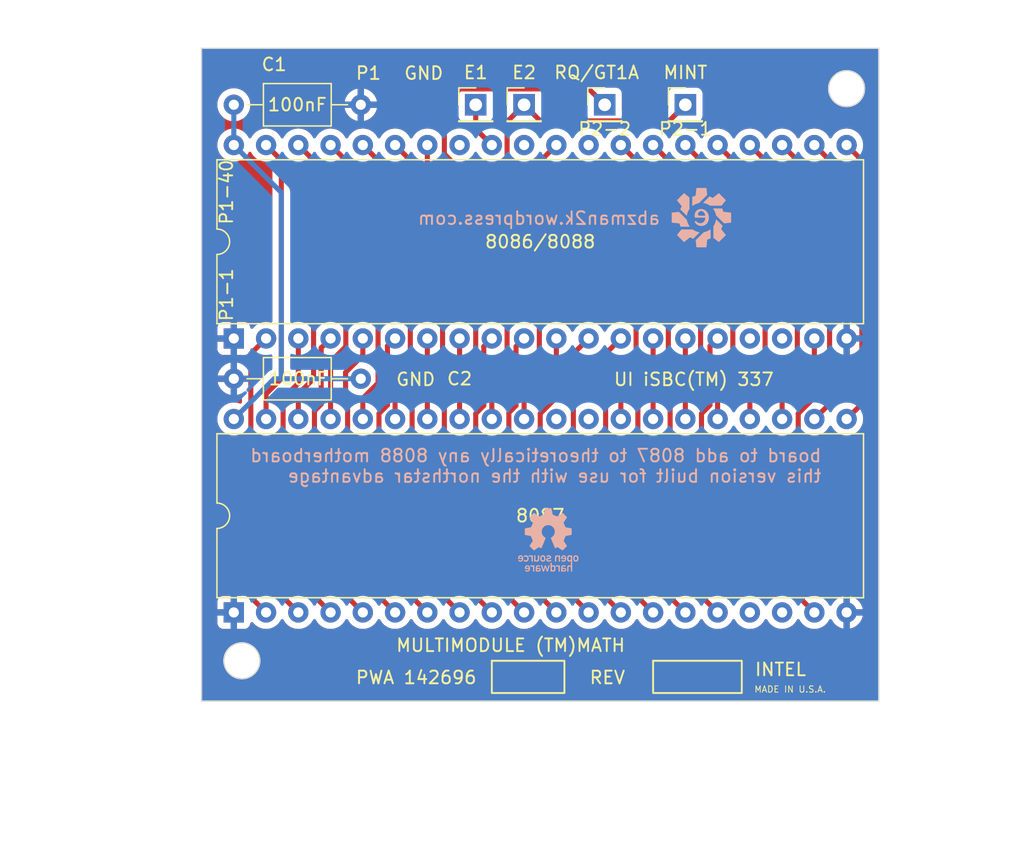
<source format=kicad_pcb>
(kicad_pcb (version 20221018) (generator pcbnew)
  (layers (0 "F.Cu" signal) (31 "B.Cu" signal) (34 "B.Paste" user) (35 "F.Paste" user) (36 "B.SilkS" user "B.Silkscreen") (37 "F.SilkS" user "F.Silkscreen") (38 "B.Mask" user) (39 "F.Mask" user) (44 "Edge.Cuts" user))
  (net 0 "")
  (net 1 "VCC")
  (net 2 "GND")
  (net 3 "{slash}GT1")
  (net 4 "Net-(J4-Pin_1)")
  (net 5 "Net-(U1-AD14)")
  (net 6 "Net-(U1-AD13)")
  (net 7 "Net-(U1-AD12)")
  (net 8 "Net-(U1-AD11)")
  (net 9 "Net-(U1-AD10)")
  (net 10 "Net-(U1-AD9)")
  (net 11 "Net-(U1-AD8)")
  (net 12 "Net-(U1-AD7)")
  (net 13 "Net-(U1-AD6)")
  (net 14 "Net-(U1-AD5)")
  (net 15 "Net-(U1-AD4)")
  (net 16 "Net-(U1-AD3)")
  (net 17 "Net-(U1-AD2)")
  (net 18 "Net-(U1-AD1)")
  (net 19 "Net-(U1-AD0)")
  (net 22 "CLK")
  (net 23 "RESET")
  (net 24 "READY")
  (net 25 "BUSY")
  (net 26 "QS1")
  (net 27 "QS0")
  (net 28 "Net-(U1-~{S0})")
  (net 29 "Net-(U1-~{S1})")
  (net 30 "Net-(U1-~{S2})")
  (net 33 "{slash}GT0")
  (net 34 "Net-(U1-~{BHE}{slash}S7)")
  (net 35 "Net-(U1-A19{slash}S6)")
  (net 36 "Net-(U1-A18{slash}S5)")
  (net 37 "Net-(U1-A17{slash}S4)")
  (net 38 "Net-(U1-A16{slash}S3)")
  (net 39 "Net-(U1-AD15)")
  (net 45 "Net-(J3-Pin_1)")
  (footprint "Capacitor_THT:C_Axial_L5.1mm_D3.1mm_P10.00mm_Horizontal" (layer "F.Cu") (at 31.75 32.385)
    (fp_text reference "C1" (at 3.175 -3.175) (layer "F.SilkS"))
    (fp_text value "100nF" (at 5 0) (layer "F.SilkS"))
    (pad "1" thru_hole circle (at 0 0) (size 1.6 1.6) (drill 0.8) (layers "*.Cu" "*.Mask") (net 1 "VCC"))
    (pad "2" thru_hole oval (at 10 0) (size 1.6 1.6) (drill 0.8) (layers "*.Cu" "*.Mask") (net 2 "GND"))
  )
  (footprint "Connector_PinHeader_2.54mm:PinHeader_1x01_P2.54mm_Vertical" (layer "F.Cu") (at 67.31 32.385)
    (fp_text reference "P2-1" (at 0 1.905) (layer "F.SilkS"))
    (fp_text value "MINT" (at 0 -2.54) (layer "F.SilkS"))
    (pad "1" thru_hole rect (at 0 0) (size 1.7 1.7) (drill 1) (layers "*.Cu" "*.Mask") (net 45 "Net-(J3-Pin_1)"))
  )
  (footprint "Connector_PinHeader_2.54mm:PinHeader_1x01_P2.54mm_Vertical" (layer "F.Cu") (at 50.8 32.385)
    (fp_text reference "J4" hide)
    (fp_text value "E1" (at 0 -2.54) (layer "F.SilkS"))
    (pad "1" thru_hole rect (at 0 0) (size 1.7 1.7) (drill 1) (layers "*.Cu" "*.Mask") (net 4 "Net-(J4-Pin_1)"))
  )
  (footprint "Package_DIP:DIP-40_W15.24mm" (layer "F.Cu") (at 31.75 50.8 90)
    (fp_text reference "U2" hide)
    (fp_text value "8086/8088" (at 7.62 24.13 180) (layer "F.SilkS"))
    (pad "1" thru_hole rect (at 0 0 90) (size 1.6 1.6) (drill 0.8) (layers "*.Cu" "*.Mask") (net 2 "GND"))
    (pad "2" thru_hole oval (at 0 2.54 90) (size 1.6 1.6) (drill 0.8) (layers "*.Cu" "*.Mask") (net 5 "Net-(U1-AD14)"))
    (pad "3" thru_hole oval (at 0 5.08 90) (size 1.6 1.6) (drill 0.8) (layers "*.Cu" "*.Mask") (net 6 "Net-(U1-AD13)"))
    (pad "4" thru_hole oval (at 0 7.62 90) (size 1.6 1.6) (drill 0.8) (layers "*.Cu" "*.Mask") (net 7 "Net-(U1-AD12)"))
    (pad "5" thru_hole oval (at 0 10.16 90) (size 1.6 1.6) (drill 0.8) (layers "*.Cu" "*.Mask") (net 8 "Net-(U1-AD11)"))
    (pad "6" thru_hole oval (at 0 12.7 90) (size 1.6 1.6) (drill 0.8) (layers "*.Cu" "*.Mask") (net 9 "Net-(U1-AD10)"))
    (pad "7" thru_hole oval (at 0 15.24 90) (size 1.6 1.6) (drill 0.8) (layers "*.Cu" "*.Mask") (net 10 "Net-(U1-AD9)"))
    (pad "8" thru_hole oval (at 0 17.78 90) (size 1.6 1.6) (drill 0.8) (layers "*.Cu" "*.Mask") (net 11 "Net-(U1-AD8)"))
    (pad "9" thru_hole oval (at 0 20.32 90) (size 1.6 1.6) (drill 0.8) (layers "*.Cu" "*.Mask") (net 12 "Net-(U1-AD7)"))
    (pad "10" thru_hole oval (at 0 22.86 90) (size 1.6 1.6) (drill 0.8) (layers "*.Cu" "*.Mask") (net 13 "Net-(U1-AD6)"))
    (pad "11" thru_hole oval (at 0 25.4 90) (size 1.6 1.6) (drill 0.8) (layers "*.Cu" "*.Mask") (net 14 "Net-(U1-AD5)"))
    (pad "12" thru_hole oval (at 0 27.94 90) (size 1.6 1.6) (drill 0.8) (layers "*.Cu" "*.Mask") (net 15 "Net-(U1-AD4)"))
    (pad "13" thru_hole oval (at 0 30.48 90) (size 1.6 1.6) (drill 0.8) (layers "*.Cu" "*.Mask") (net 16 "Net-(U1-AD3)"))
    (pad "14" thru_hole oval (at 0 33.02 90) (size 1.6 1.6) (drill 0.8) (layers "*.Cu" "*.Mask") (net 17 "Net-(U1-AD2)"))
    (pad "15" thru_hole oval (at 0 35.56 90) (size 1.6 1.6) (drill 0.8) (layers "*.Cu" "*.Mask") (net 18 "Net-(U1-AD1)"))
    (pad "16" thru_hole oval (at 0 38.1 90) (size 1.6 1.6) (drill 0.8) (layers "*.Cu" "*.Mask") (net 19 "Net-(U1-AD0)"))
    (pad "17" thru_hole oval (at 0 40.64 90) (size 1.6 1.6) (drill 0.8) (layers "*.Cu" "*.Mask"))
    (pad "18" thru_hole oval (at 0 43.18 90) (size 1.6 1.6) (drill 0.8) (layers "*.Cu" "*.Mask"))
    (pad "19" thru_hole oval (at 0 45.72 90) (size 1.6 1.6) (drill 0.8) (layers "*.Cu" "*.Mask") (net 22 "CLK"))
    (pad "20" thru_hole oval (at 0 48.26 90) (size 1.6 1.6) (drill 0.8) (layers "*.Cu" "*.Mask") (net 2 "GND"))
    (pad "21" thru_hole oval (at 15.24 48.26 90) (size 1.6 1.6) (drill 0.8) (layers "*.Cu" "*.Mask") (net 23 "RESET"))
    (pad "22" thru_hole oval (at 15.24 45.72 90) (size 1.6 1.6) (drill 0.8) (layers "*.Cu" "*.Mask") (net 24 "READY"))
    (pad "23" thru_hole oval (at 15.24 43.18 90) (size 1.6 1.6) (drill 0.8) (layers "*.Cu" "*.Mask") (net 25 "BUSY"))
    (pad "24" thru_hole oval (at 15.24 40.64 90) (size 1.6 1.6) (drill 0.8) (layers "*.Cu" "*.Mask") (net 26 "QS1"))
    (pad "25" thru_hole oval (at 15.24 38.1 90) (size 1.6 1.6) (drill 0.8) (layers "*.Cu" "*.Mask") (net 27 "QS0"))
    (pad "26" thru_hole oval (at 15.24 35.56 90) (size 1.6 1.6) (drill 0.8) (layers "*.Cu" "*.Mask") (net 28 "Net-(U1-~{S0})"))
    (pad "27" thru_hole oval (at 15.24 33.02 90) (size 1.6 1.6) (drill 0.8) (layers "*.Cu" "*.Mask") (net 29 "Net-(U1-~{S1})"))
    (pad "28" thru_hole oval (at 15.24 30.48 90) (size 1.6 1.6) (drill 0.8) (layers "*.Cu" "*.Mask") (net 30 "Net-(U1-~{S2})"))
    (pad "29" thru_hole oval (at 15.24 27.94 90) (size 1.6 1.6) (drill 0.8) (layers "*.Cu" "*.Mask"))
    (pad "30" thru_hole oval (at 15.24 25.4 90) (size 1.6 1.6) (drill 0.8) (layers "*.Cu" "*.Mask") (net 33 "{slash}GT0"))
    (pad "31" thru_hole oval (at 15.24 22.86 90) (size 1.6 1.6) (drill 0.8) (layers "*.Cu" "*.Mask"))
    (pad "32" thru_hole oval (at 15.24 20.32 90) (size 1.6 1.6) (drill 0.8) (layers "*.Cu" "*.Mask") (net 4 "Net-(J4-Pin_1)"))
    (pad "33" thru_hole oval (at 15.24 17.78 90) (size 1.6 1.6) (drill 0.8) (layers "*.Cu" "*.Mask"))
    (pad "34" thru_hole oval (at 15.24 15.24 90) (size 1.6 1.6) (drill 0.8) (layers "*.Cu" "*.Mask") (net 34 "Net-(U1-~{BHE}{slash}S7)"))
    (pad "35" thru_hole oval (at 15.24 12.7 90) (size 1.6 1.6) (drill 0.8) (layers "*.Cu" "*.Mask") (net 35 "Net-(U1-A19{slash}S6)"))
    (pad "36" thru_hole oval (at 15.24 10.16 90) (size 1.6 1.6) (drill 0.8) (layers "*.Cu" "*.Mask") (net 36 "Net-(U1-A18{slash}S5)"))
    (pad "37" thru_hole oval (at 15.24 7.62 90) (size 1.6 1.6) (drill 0.8) (layers "*.Cu" "*.Mask") (net 37 "Net-(U1-A17{slash}S4)"))
    (pad "38" thru_hole oval (at 15.24 5.08 90) (size 1.6 1.6) (drill 0.8) (layers "*.Cu" "*.Mask") (net 38 "Net-(U1-A16{slash}S3)"))
    (pad "39" thru_hole oval (at 15.24 2.54 90) (size 1.6 1.6) (drill 0.8) (layers "*.Cu" "*.Mask") (net 39 "Net-(U1-AD15)"))
    (pad "40" thru_hole oval (at 15.24 0 90) (size 1.6 1.6) (drill 0.8) (layers "*.Cu" "*.Mask") (net 1 "VCC"))
  )
  (footprint "Package_DIP:DIP-40_W15.24mm" (layer "F.Cu") (at 31.75 72.39 90)
    (fp_text reference "U1" hide)
    (fp_text value "8087" (at 7.62 24.13 180) (layer "F.SilkS"))
    (pad "1" thru_hole rect (at 0 0 90) (size 1.6 1.6) (drill 0.8) (layers "*.Cu" "*.Mask") (net 2 "GND"))
    (pad "2" thru_hole oval (at 0 2.54 90) (size 1.6 1.6) (drill 0.8) (layers "*.Cu" "*.Mask") (net 5 "Net-(U1-AD14)"))
    (pad "3" thru_hole oval (at 0 5.08 90) (size 1.6 1.6) (drill 0.8) (layers "*.Cu" "*.Mask") (net 6 "Net-(U1-AD13)"))
    (pad "4" thru_hole oval (at 0 7.62 90) (size 1.6 1.6) (drill 0.8) (layers "*.Cu" "*.Mask") (net 7 "Net-(U1-AD12)"))
    (pad "5" thru_hole oval (at 0 10.16 90) (size 1.6 1.6) (drill 0.8) (layers "*.Cu" "*.Mask") (net 8 "Net-(U1-AD11)"))
    (pad "6" thru_hole oval (at 0 12.7 90) (size 1.6 1.6) (drill 0.8) (layers "*.Cu" "*.Mask") (net 9 "Net-(U1-AD10)"))
    (pad "7" thru_hole oval (at 0 15.24 90) (size 1.6 1.6) (drill 0.8) (layers "*.Cu" "*.Mask") (net 10 "Net-(U1-AD9)"))
    (pad "8" thru_hole oval (at 0 17.78 90) (size 1.6 1.6) (drill 0.8) (layers "*.Cu" "*.Mask") (net 11 "Net-(U1-AD8)"))
    (pad "9" thru_hole oval (at 0 20.32 90) (size 1.6 1.6) (drill 0.8) (layers "*.Cu" "*.Mask") (net 12 "Net-(U1-AD7)"))
    (pad "10" thru_hole oval (at 0 22.86 90) (size 1.6 1.6) (drill 0.8) (layers "*.Cu" "*.Mask") (net 13 "Net-(U1-AD6)"))
    (pad "11" thru_hole oval (at 0 25.4 90) (size 1.6 1.6) (drill 0.8) (layers "*.Cu" "*.Mask") (net 14 "Net-(U1-AD5)"))
    (pad "12" thru_hole oval (at 0 27.94 90) (size 1.6 1.6) (drill 0.8) (layers "*.Cu" "*.Mask") (net 15 "Net-(U1-AD4)"))
    (pad "13" thru_hole oval (at 0 30.48 90) (size 1.6 1.6) (drill 0.8) (layers "*.Cu" "*.Mask") (net 16 "Net-(U1-AD3)"))
    (pad "14" thru_hole oval (at 0 33.02 90) (size 1.6 1.6) (drill 0.8) (layers "*.Cu" "*.Mask") (net 17 "Net-(U1-AD2)"))
    (pad "15" thru_hole oval (at 0 35.56 90) (size 1.6 1.6) (drill 0.8) (layers "*.Cu" "*.Mask") (net 18 "Net-(U1-AD1)"))
    (pad "16" thru_hole oval (at 0 38.1 90) (size 1.6 1.6) (drill 0.8) (layers "*.Cu" "*.Mask") (net 19 "Net-(U1-AD0)"))
    (pad "17" thru_hole oval (at 0 40.64 90) (size 1.6 1.6) (drill 0.8) (layers "*.Cu" "*.Mask"))
    (pad "18" thru_hole oval (at 0 43.18 90) (size 1.6 1.6) (drill 0.8) (layers "*.Cu" "*.Mask"))
    (pad "19" thru_hole oval (at 0 45.72 90) (size 1.6 1.6) (drill 0.8) (layers "*.Cu" "*.Mask") (net 22 "CLK"))
    (pad "20" thru_hole oval (at 0 48.26 90) (size 1.6 1.6) (drill 0.8) (layers "*.Cu" "*.Mask") (net 2 "GND"))
    (pad "21" thru_hole oval (at 15.24 48.26 90) (size 1.6 1.6) (drill 0.8) (layers "*.Cu" "*.Mask") (net 23 "RESET"))
    (pad "22" thru_hole oval (at 15.24 45.72 90) (size 1.6 1.6) (drill 0.8) (layers "*.Cu" "*.Mask") (net 24 "READY"))
    (pad "23" thru_hole oval (at 15.24 43.18 90) (size 1.6 1.6) (drill 0.8) (layers "*.Cu" "*.Mask") (net 25 "BUSY"))
    (pad "24" thru_hole oval (at 15.24 40.64 90) (size 1.6 1.6) (drill 0.8) (layers "*.Cu" "*.Mask") (net 26 "QS1"))
    (pad "25" thru_hole oval (at 15.24 38.1 90) (size 1.6 1.6) (drill 0.8) (layers "*.Cu" "*.Mask") (net 27 "QS0"))
    (pad "26" thru_hole oval (at 15.24 35.56 90) (size 1.6 1.6) (drill 0.8) (layers "*.Cu" "*.Mask") (net 28 "Net-(U1-~{S0})"))
    (pad "27" thru_hole oval (at 15.24 33.02 90) (size 1.6 1.6) (drill 0.8) (layers "*.Cu" "*.Mask") (net 29 "Net-(U1-~{S1})"))
    (pad "28" thru_hole oval (at 15.24 30.48 90) (size 1.6 1.6) (drill 0.8) (layers "*.Cu" "*.Mask") (net 30 "Net-(U1-~{S2})"))
    (pad "29" thru_hole oval (at 15.24 27.94 90) (size 1.6 1.6) (drill 0.8) (layers "*.Cu" "*.Mask"))
    (pad "30" thru_hole oval (at 15.24 25.4 90) (size 1.6 1.6) (drill 0.8) (layers "*.Cu" "*.Mask"))
    (pad "31" thru_hole oval (at 15.24 22.86 90) (size 1.6 1.6) (drill 0.8) (layers "*.Cu" "*.Mask") (net 33 "{slash}GT0"))
    (pad "32" thru_hole oval (at 15.24 20.32 90) (size 1.6 1.6) (drill 0.8) (layers "*.Cu" "*.Mask") (net 45 "Net-(J3-Pin_1)"))
    (pad "33" thru_hole oval (at 15.24 17.78 90) (size 1.6 1.6) (drill 0.8) (layers "*.Cu" "*.Mask") (net 3 "{slash}GT1"))
    (pad "34" thru_hole oval (at 15.24 15.24 90) (size 1.6 1.6) (drill 0.8) (layers "*.Cu" "*.Mask") (net 34 "Net-(U1-~{BHE}{slash}S7)"))
    (pad "35" thru_hole oval (at 15.24 12.7 90) (size 1.6 1.6) (drill 0.8) (layers "*.Cu" "*.Mask") (net 35 "Net-(U1-A19{slash}S6)"))
    (pad "36" thru_hole oval (at 15.24 10.16 90) (size 1.6 1.6) (drill 0.8) (layers "*.Cu" "*.Mask") (net 36 "Net-(U1-A18{slash}S5)"))
    (pad "37" thru_hole oval (at 15.24 7.62 90) (size 1.6 1.6) (drill 0.8) (layers "*.Cu" "*.Mask") (net 37 "Net-(U1-A17{slash}S4)"))
    (pad "38" thru_hole oval (at 15.24 5.08 90) (size 1.6 1.6) (drill 0.8) (layers "*.Cu" "*.Mask") (net 38 "Net-(U1-A16{slash}S3)"))
    (pad "39" thru_hole oval (at 15.24 2.54 90) (size 1.6 1.6) (drill 0.8) (layers "*.Cu" "*.Mask") (net 39 "Net-(U1-AD15)"))
    (pad "40" thru_hole oval (at 15.24 0 90) (size 1.6 1.6) (drill 0.8) (layers "*.Cu" "*.Mask") (net 1 "VCC"))
  )
  (footprint "Connector_PinHeader_2.54mm:PinHeader_1x01_P2.54mm_Vertical" (layer "F.Cu") (at 60.96 32.385)
    (fp_text reference "P2-2" (at 0 1.905) (layer "F.SilkS"))
    (fp_text value "RQ/GT1A" (at -0.635 -2.54) (layer "F.SilkS"))
    (pad "1" thru_hole rect (at 0 0) (size 1.7 1.7) (drill 1) (layers "*.Cu" "*.Mask") (net 3 "{slash}GT1"))
  )
  (footprint "Connector_PinHeader_2.54mm:PinHeader_1x01_P2.54mm_Vertical" (layer "F.Cu") (at 54.61 32.385)
    (fp_text reference "J3" hide)
    (fp_text value "E2" (at 0 -2.54) (layer "F.SilkS"))
    (pad "1" thru_hole rect (at 0 0) (size 1.7 1.7) (drill 1) (layers "*.Cu" "*.Mask") (net 45 "Net-(J3-Pin_1)"))
  )
  (footprint "Capacitor_THT:C_Axial_L5.1mm_D3.1mm_P10.00mm_Horizontal" (layer "F.Cu") (at 41.75 53.975 180)
    (fp_text reference "C2" (at -7.78 0) (layer "F.SilkS"))
    (fp_text value "100nF" (at 4.92 0) (layer "F.SilkS"))
    (pad "1" thru_hole circle (at 0 0 180) (size 1.6 1.6) (drill 0.8) (layers "*.Cu" "*.Mask") (net 1 "VCC"))
    (pad "2" thru_hole oval (at 10 0 180) (size 1.6 1.6) (drill 0.8) (layers "*.Cu" "*.Mask") (net 2 "GND"))
  )
  (footprint "Evan's parts:OSHW gear" (layer "B.Cu") (at 56.515 66.675 180)
    (fp_text reference "G***" hide)
    (fp_text value "LOGO" hide)
  )
  (footprint "Evan's parts:Evan Logo" (layer "B.Cu") (at 68.58 41.275 180)
    (fp_text reference "G***" hide)
    (fp_text value "LOGO" hide)
  )
  (gr_rect (start 52.07 76.2) (end 57.785 78.74) (stroke (width 0.15)) (fill none) (layer "F.SilkS"))
  (gr_rect (start 64.77 76.2) (end 71.755 78.74) (stroke (width 0.15)) (fill none) (layer "F.SilkS"))
  (gr_line (start 82.55 27.94) (end 82.55 79.375) (stroke (width 0.1)) (layer "Edge.Cuts"))
  (gr_line (start 29.21 27.94) (end 82.55 27.94) (stroke (width 0.1)) (layer "Edge.Cuts"))
  (gr_line (start 82.55 79.375) (end 29.21 79.375) (stroke (width 0.1)) (layer "Edge.Cuts"))
  (gr_circle (center 32.385 76.2) (end 33.02 77.47) (stroke (width 0.1)) (fill none) (layer "Edge.Cuts"))
  (gr_circle (center 80.01 31.115) (end 79.375 32.385) (stroke (width 0.1)) (fill none) (layer "Edge.Cuts"))
  (gr_line (start 29.21 27.94) (end 29.21 79.375) (stroke (width 0.1)) (layer "Edge.Cuts"))
  (gr_text "board to add 8087 to theoretically any 8088 motherboard\nthis version built for use with the northstar advantage" (at 78.105 62.23) (layer "B.SilkS") (effects (font (size 1 1)) (justify left bottom mirror)))
  (gr_text "abzman2k.wordpress.com" (at 65.405 41.91) (layer "B.SilkS") (effects (font (size 1 1)) (justify left bottom mirror)))
  (gr_text "INTEL" (at 72.7075 77.47) (layer "F.SilkS") (effects (font (size 1 1)) (justify left bottom)))
  (gr_text "MULTIMODULE (TM)MATH" (at 44.45 75.565) (layer "F.SilkS") (effects (font (size 1 1)) (justify left bottom)))
  (gr_text "P1-40" (at 31.75 41.91 90) (layer "F.SilkS") (effects (font (size 1 1)) (justify left bottom)))
  (gr_text "PWA 142696" (at 41.275 78.105) (layer "F.SilkS") (effects (font (size 1 1)) (justify left bottom)))
  (gr_text "REV" (at 59.69 78.105) (layer "F.SilkS") (effects (font (size 1 1)) (justify left bottom)))
  (gr_text "UI iSBC(TM) 337" (at 61.595 54.61) (layer "F.SilkS") (effects (font (size 1 1)) (justify left bottom)))
  (gr_text "GND" (at 45.085 30.48) (layer "F.SilkS") (effects (font (size 1 1)) (justify left bottom)))
  (gr_text "MADE IN U.S.A." (at 72.7075 78.74) (layer "F.SilkS") (effects (font (size 0.5 0.5) (thickness 0.07)) (justify left bottom)))
  (gr_text "P1-1" (at 31.75 49.53 90) (layer "F.SilkS") (effects (font (size 1 1)) (justify left bottom)))
  (gr_text "P1" (at 41.275 30.48) (layer "F.SilkS") (effects (font (size 1 1)) (justify left bottom)))
  (gr_text "GND" (at 44.45 54.61) (layer "F.SilkS") (effects (font (size 1 1)) (justify left bottom)))
  (segment (start 31.75 32.385) (end 31.75 35.56) (width 0.4) (layer "B.Cu") (net 1))
  (segment (start 34.925 53.975) (end 35.56 53.975) (width 0.4) (layer "B.Cu") (net 1))
  (segment (start 35.56 53.975) (end 41.75 53.975) (width 0.4) (layer "B.Cu") (net 1))
  (segment (start 31.75 35.56) (end 35.49 39.3) (width 0.4) (layer "B.Cu") (net 1))
  (segment (start 35.49 39.3) (end 35.49 53.905) (width 0.4) (layer "B.Cu") (net 1))
  (segment (start 35.49 53.905) (end 35.56 53.975) (width 0.4) (layer "B.Cu") (net 1))
  (segment (start 31.75 57.15) (end 34.925 53.975) (width 0.4) (layer "B.Cu") (net 1))
  (segment (start 49.55 31.135) (end 48.33 32.355) (width 0.4) (layer "F.Cu") (net 3))
  (segment (start 48.33 36.265) (end 50.8 38.735) (width 0.4) (layer "F.Cu") (net 3))
  (segment (start 49.53 57.15) (end 49.53 55.245) (width 0.4) (layer "F.Cu") (net 3))
  (segment (start 60.96 32.385) (end 59.71 31.135) (width 0.4) (layer "F.Cu") (net 3))
  (segment (start 49.53 55.245) (end 50.8 53.975) (width 0.4) (layer "F.Cu") (net 3))
  (segment (start 48.33 32.355) (end 48.33 36.265) (width 0.4) (layer "F.Cu") (net 3))
  (segment (start 59.71 31.135) (end 49.55 31.135) (width 0.4) (layer "F.Cu") (net 3))
  (segment (start 50.8 38.735) (end 50.8 53.975) (width 0.4) (layer "F.Cu") (net 3))
  (segment (start 50.8 34.29) (end 52.07 35.56) (width 0.4) (layer "F.Cu") (net 4))
  (segment (start 50.8 32.385) (end 50.8 34.29) (width 0.4) (layer "F.Cu") (net 4))
  (segment (start 33.09 71.19) (end 34.29 72.39) (width 0.4) (layer "F.Cu") (net 5))
  (segment (start 33.09 52) (end 33.09 71.19) (width 0.4) (layer "F.Cu") (net 5))
  (segment (start 34.29 50.8) (end 33.09 52) (width 0.4) (layer "F.Cu") (net 5))
  (segment (start 36.83 54.326472) (end 35.63 55.526472) (width 0.4) (layer "F.Cu") (net 6))
  (segment (start 35.63 55.526472) (end 35.63 71.19) (width 0.4) (layer "F.Cu") (net 6))
  (segment (start 35.63 71.19) (end 36.83 72.39) (width 0.4) (layer "F.Cu") (net 6))
  (segment (start 36.83 50.8) (end 36.83 54.326472) (width 0.4) (layer "F.Cu") (net 6))
  (segment (start 38.1 71.12) (end 39.37 72.39) (width 0.4) (layer "F.Cu") (net 7))
  (segment (start 39.37 50.8) (end 38.63 51.54) (width 0.4) (layer "F.Cu") (net 7))
  (segment (start 38.63 55.985) (end 38.1 56.515) (width 0.4) (layer "F.Cu") (net 7))
  (segment (start 38.1 56.515) (end 38.1 71.12) (width 0.4) (layer "F.Cu") (net 7))
  (segment (start 38.63 51.54) (end 38.63 55.985) (width 0.4) (layer "F.Cu") (net 7))
  (segment (start 41.91 50.8) (end 41.91 52.117943) (width 0.4) (layer "F.Cu") (net 8))
  (segment (start 40.71 71.19) (end 41.91 72.39) (width 0.4) (layer "F.Cu") (net 8))
  (segment (start 40.55 55.790001) (end 40.71 55.950001) (width 0.4) (layer "F.Cu") (net 8))
  (segment (start 41.91 52.117943) (end 40.55 53.477943) (width 0.4) (layer "F.Cu") (net 8))
  (segment (start 40.55 53.477943) (end 40.55 55.790001) (width 0.4) (layer "F.Cu") (net 8))
  (segment (start 40.71 55.950001) (end 40.71 71.19) (width 0.4) (layer "F.Cu") (net 8))
  (segment (start 44.45 50.8) (end 43.85 51.4) (width 0.4) (layer "F.Cu") (net 9))
  (segment (start 43.85 56.052943) (end 43.18 56.722943) (width 0.4) (layer "F.Cu") (net 9))
  (segment (start 43.18 71.12) (end 44.45 72.39) (width 0.4) (layer "F.Cu") (net 9))
  (segment (start 43.85 51.4) (end 43.85 56.052943) (width 0.4) (layer "F.Cu") (net 9))
  (segment (start 43.18 56.722943) (end 43.18 71.12) (width 0.4) (layer "F.Cu") (net 9))
  (segment (start 46.99 50.8) (end 46.99 54.326472) (width 0.4) (layer "F.Cu") (net 10))
  (segment (start 45.79 55.526472) (end 45.79 71.19) (width 0.4) (layer "F.Cu") (net 10))
  (segment (start 46.99 54.326472) (end 45.79 55.526472) (width 0.4) (layer "F.Cu") (net 10))
  (segment (start 45.79 71.19) (end 46.99 72.39) (width 0.4) (layer "F.Cu") (net 10))
  (segment (start 49.53 50.8) (end 49.53 54.396472) (width 0.4) (layer "F.Cu") (net 11))
  (segment (start 48.33 71.19) (end 49.53 72.39) (width 0.4) (layer "F.Cu") (net 11))
  (segment (start 49.53 54.396472) (end 48.33 55.596472) (width 0.4) (layer "F.Cu") (net 11))
  (segment (start 48.33 55.596472) (end 48.33 71.19) (width 0.4) (layer "F.Cu") (net 11))
  (segment (start 50.8 56.722943) (end 50.8 71.12) (width 0.4) (layer "F.Cu") (net 12))
  (segment (start 51.435 56.087943) (end 50.8 56.722943) (width 0.4) (layer "F.Cu") (net 12))
  (segment (start 52.07 50.8) (end 51.435 51.435) (width 0.4) (layer "F.Cu") (net 12))
  (segment (start 51.435 51.435) (end 51.435 56.087943) (width 0.4) (layer "F.Cu") (net 12))
  (segment (start 50.8 71.12) (end 52.07 72.39) (width 0.4) (layer "F.Cu") (net 12))
  (segment (start 53.41 71.19) (end 54.61 72.39) (width 0.4) (layer "F.Cu") (net 13))
  (segment (start 53.975 51.435) (end 53.975 56.087943) (width 0.4) (layer "F.Cu") (net 13))
  (segment (start 54.61 50.8) (end 53.975 51.435) (width 0.4) (layer "F.Cu") (net 13))
  (segment (start 53.41 56.652943) (end 53.41 71.19) (width 0.4) (layer "F.Cu") (net 13))
  (segment (start 53.975 56.087943) (end 53.41 56.652943) (width 0.4) (layer "F.Cu") (net 13))
  (segment (start 57.15 55.452943) (end 55.88 56.722943) (width 0.4) (layer "F.Cu") (net 14))
  (segment (start 55.88 56.722943) (end 55.88 71.12) (width 0.4) (layer "F.Cu") (net 14))
  (segment (start 57.15 50.8) (end 57.15 55.452943) (width 0.4) (layer "F.Cu") (net 14))
  (segment (start 55.88 71.12) (end 57.15 72.39) (width 0.4) (layer "F.Cu") (net 14))
  (segment (start 59.69 50.8) (end 58.49 52) (width 0.4) (layer "F.Cu") (net 15))
  (segment (start 58.49 52) (end 58.49 71.19) (width 0.4) (layer "F.Cu") (net 15))
  (segment (start 58.49 71.19) (end 59.69 72.39) (width 0.4) (layer "F.Cu") (net 15))
  (segment (start 62.23 50.8) (end 61.03 52) (width 0.4) (layer "F.Cu") (net 16))
  (segment (start 61.03 71.19) (end 62.23 72.39) (width 0.4) (layer "F.Cu") (net 16))
  (segment (start 61.03 52) (end 61.03 71.19) (width 0.4) (layer "F.Cu") (net 16))
  (segment (start 63.57 55.526472) (end 63.57 71.19) (width 0.4) (layer "F.Cu") (net 17))
  (segment (start 64.77 54.326472) (end 63.57 55.526472) (width 0.4) (layer "F.Cu") (net 17))
  (segment (start 63.57 71.19) (end 64.77 72.39) (width 0.4) (layer "F.Cu") (net 17))
  (segment (start 64.77 50.8) (end 64.77 54.326472) (width 0.4) (layer "F.Cu") (net 17))
  (segment (start 66.11 71.19) (end 67.31 72.39) (width 0.4) (layer "F.Cu") (net 18))
  (segment (start 66.11 55.526472) (end 66.11 71.19) (width 0.4) (layer "F.Cu") (net 18))
  (segment (start 67.31 50.8) (end 67.31 54.326472) (width 0.4) (layer "F.Cu") (net 18))
  (segment (start 67.31 54.326472) (end 66.11 55.526472) (width 0.4) (layer "F.Cu") (net 18))
  (segment (start 68.58 56.722943) (end 68.58 71.12) (width 0.4) (layer "F.Cu") (net 19))
  (segment (start 69.25 56.052943) (end 68.58 56.722943) (width 0.4) (layer "F.Cu") (net 19))
  (segment (start 69.85 50.8) (end 69.25 51.4) (width 0.4) (layer "F.Cu") (net 19))
  (segment (start 69.25 51.4) (end 69.25 56.052943) (width 0.4) (layer "F.Cu") (net 19))
  (segment (start 68.58 71.12) (end 69.85 72.39) (width 0.4) (layer "F.Cu") (net 19))
  (segment (start 76.2 71.12) (end 77.47 72.39) (width 0.4) (layer "F.Cu") (net 22))
  (segment (start 77.47 50.8) (end 77.47 55.452943) (width 0.4) (layer "F.Cu") (net 22))
  (segment (start 77.47 55.452943) (end 76.2 56.722943) (width 0.4) (layer "F.Cu") (net 22))
  (segment (start 76.2 56.722943) (end 76.2 71.12) (width 0.4) (layer "F.Cu") (net 22))
  (segment (start 80.01 35.56) (end 81.21 36.76) (width 0.4) (layer "F.Cu") (net 23))
  (segment (start 81.21 55.95) (end 80.01 57.15) (width 0.4) (layer "F.Cu") (net 23))
  (segment (start 81.21 36.76) (end 81.21 55.95) (width 0.4) (layer "F.Cu") (net 23))
  (segment (start 78.67 36.76) (end 78.67 55.95) (width 0.4) (layer "F.Cu") (net 24))
  (segment (start 77.47 35.56) (end 78.67 36.76) (width 0.4) (layer "F.Cu") (net 24))
  (segment (start 78.67 55.95) (end 77.47 57.15) (width 0.4) (layer "F.Cu") (net 24))
  (segment (start 74.93 57.15) (end 74.93 55.175) (width 0.4) (layer "F.Cu") (net 25))
  (segment (start 74.93 55.175) (end 76.13 53.975) (width 0.4) (layer "F.Cu") (net 25))
  (segment (start 74.93 35.56) (end 76.13 36.76) (width 0.4) (layer "F.Cu") (net 25))
  (segment (start 76.13 36.76) (end 76.13 53.975) (width 0.4) (layer "F.Cu") (net 25))
  (segment (start 73.59 36.76) (end 73.59 53.975) (width 0.4) (layer "F.Cu") (net 26))
  (segment (start 72.39 35.56) (end 73.59 36.76) (width 0.4) (layer "F.Cu") (net 26))
  (segment (start 72.39 57.15) (end 72.39 55.175) (width 0.4) (layer "F.Cu") (net 26))
  (segment (start 72.39 55.175) (end 73.59 53.975) (width 0.4) (layer "F.Cu") (net 26))
  (segment (start 69.85 57.15) (end 69.85 55.175) (width 0.4) (layer "F.Cu") (net 27))
  (segment (start 69.85 35.56) (end 71.05 36.76) (width 0.4) (layer "F.Cu") (net 27))
  (segment (start 69.85 55.175) (end 71.05 53.975) (width 0.4) (layer "F.Cu") (net 27))
  (segment (start 71.05 36.76) (end 71.05 53.975) (width 0.4) (layer "F.Cu") (net 27))
  (segment (start 68.51 36.76) (end 68.51 53.975) (width 0.4) (layer "F.Cu") (net 28))
  (segment (start 67.31 55.175) (end 68.51 53.975) (width 0.4) (layer "F.Cu") (net 28))
  (segment (start 67.31 57.15) (end 67.31 55.175) (width 0.4) (layer "F.Cu") (net 28))
  (segment (start 67.31 35.56) (end 68.51 36.76) (width 0.4) (layer "F.Cu") (net 28))
  (segment (start 64.77 35.56) (end 65.97 36.76) (width 0.4) (layer "F.Cu") (net 29))
  (segment (start 64.77 55.175) (end 65.97 53.975) (width 0.4) (layer "F.Cu") (net 29))
  (segment (start 64.77 57.15) (end 64.77 55.175) (width 0.4) (layer "F.Cu") (net 29))
  (segment (start 65.97 36.76) (end 65.97 53.975) (width 0.4) (layer "F.Cu") (net 29))
  (segment (start 63.43 36.76) (end 63.43 53.975) (width 0.4) (layer "F.Cu") (net 30))
  (segment (start 62.23 57.15) (end 62.23 55.175) (width 0.4) (layer "F.Cu") (net 30))
  (segment (start 62.23 55.175) (end 63.43 53.975) (width 0.4) (layer "F.Cu") (net 30))
  (segment (start 62.23 35.56) (end 63.43 36.76) (width 0.4) (layer "F.Cu") (net 30))
  (segment (start 54.61 57.15) (end 54.61 55.175) (width 0.4) (layer "F.Cu") (net 33))
  (segment (start 55.81 36.9) (end 55.81 53.975) (width 0.4) (layer "F.Cu") (net 33))
  (segment (start 57.15 35.56) (end 55.81 36.9) (width 0.4) (layer "F.Cu") (net 33))
  (segment (start 54.61 55.175) (end 55.81 53.975) (width 0.4) (layer "F.Cu") (net 33))
  (segment (start 48.19 38.735) (end 48.19 53.975) (width 0.4) (layer "F.Cu") (net 34))
  (segment (start 46.99 35.56) (end 46.99 37.535) (width 0.4) (layer "F.Cu") (net 34))
  (segment (start 46.99 55.175) (end 48.19 53.975) (width 0.4) (layer "F.Cu") (net 34))
  (segment (start 46.99 57.15) (end 46.99 55.175) (width 0.4) (layer "F.Cu") (net 34))
  (segment (start 46.99 37.535) (end 48.19 38.735) (width 0.4) (layer "F.Cu") (net 34))
  (segment (start 44.45 55.175) (end 45.65 53.975) (width 0.4) (layer "F.Cu") (net 35))
  (segment (start 44.45 57.15) (end 44.45 55.175) (width 0.4) (layer "F.Cu") (net 35))
  (segment (start 45.65 36.76) (end 45.65 53.975) (width 0.4) (layer "F.Cu") (net 35))
  (segment (start 44.45 35.56) (end 45.65 36.76) (width 0.4) (layer "F.Cu") (net 35))
  (segment (start 43.11 54.312057) (end 41.91 55.512058) (width 0.4) (layer "F.Cu") (net 36))
  (segment (start 41.91 55.512058) (end 41.91 57.15) (width 0.4) (layer "F.Cu") (net 36))
  (segment (start 43.11 36.76) (end 43.11 54.312057) (width 0.4) (layer "F.Cu") (net 36))
  (segment (start 41.91 35.56) (end 43.11 36.76) (width 0.4) (layer "F.Cu") (net 36))
  (segment (start 40.57 36.76) (end 39.37 35.56) (width 0.4) (layer "F.Cu") (net 37))
  (segment (start 39.37 57.15) (end 39.37 52.635) (width 0.4) (layer "F.Cu") (net 37))
  (segment (start 40.57 51.435) (end 40.57 36.76) (width 0.4) (layer "F.Cu") (net 37))
  (segment (start 39.37 52.635) (end 40.57 51.435) (width 0.4) (layer "F.Cu") (net 37))
  (segment (start 36.83 55.175) (end 38.03 53.975) (width 0.4) (layer "F.Cu") (net 38))
  (segment (start 36.83 35.56) (end 38.03 36.76) (width 0.4) (layer "F.Cu") (net 38))
  (segment (start 38.03 36.76) (end 38.03 53.975) (width 0.4) (layer "F.Cu") (net 38))
  (segment (start 36.83 57.15) (end 36.83 55.175) (width 0.4) (layer "F.Cu") (net 38))
  (segment (start 35.49 36.76) (end 35.49 53.975) (width 0.4) (layer "F.Cu") (net 39))
  (segment (start 34.29 57.15) (end 34.29 55.175) (width 0.4) (layer "F.Cu") (net 39))
  (segment (start 34.29 35.56) (end 35.49 36.76) (width 0.4) (layer "F.Cu") (net 39))
  (segment (start 34.29 55.175) (end 35.49 53.975) (width 0.4) (layer "F.Cu") (net 39))
  (segment (start 54.61 32.385) (end 55.88 33.655) (width 0.4) (layer "F.Cu") (net 45))
  (segment (start 52.07 55.175) (end 53.27 53.975) (width 0.4) (layer "F.Cu") (net 45))
  (segment (start 66.04 33.655) (end 67.31 32.385) (width 0.4) (layer "F.Cu") (net 45))
  (segment (start 52.07 57.15) (end 52.07 55.175) (width 0.4) (layer "F.Cu") (net 45))
  (segment (start 54.61 32.385) (end 53.27 33.725) (width 0.4) (layer "F.Cu") (net 45))
  (segment (start 55.88 33.655) (end 66.04 33.655) (width 0.4) (layer "F.Cu") (net 45))
  (segment (start 53.27 33.725) (end 53.27 53.975) (width 0.4) (layer "F.Cu") (net 45))
  (zone (net 2) (net_name "GND") (layers "F&B.Cu") (connect_pads (clearance 0.5)) (min_thickness 0.25) (fill yes (thermal_gap 0.5) (thermal_bridge_width 0.5))
    (polygon (pts (xy 17.78 26.035) (xy 93.98 24.13) (xy 92.075 92.075) (xy 13.335 90.805)))
  )
)
</source>
